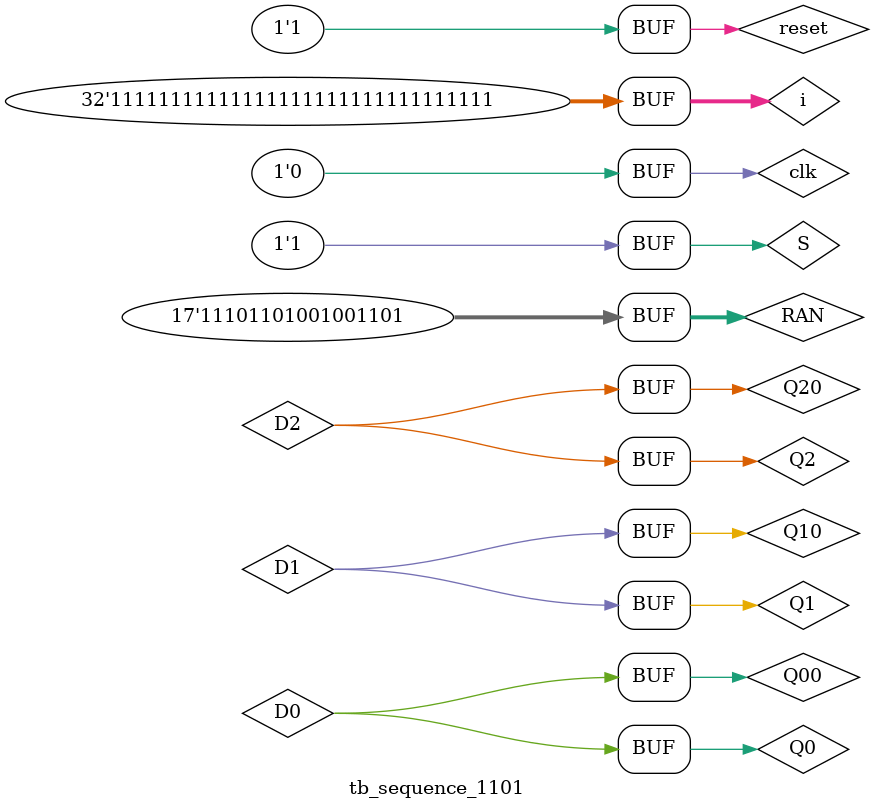
<source format=v>
module tb_sequence_1101();
	reg S,D2,D1,D0,clk,reset;
	wire Y,Q2,Q1,Q0;
	reg Q20, Q10, Q00;
	integer i;
	reg[16:0] RAN;

	sequence_1101 UUT(Y,Q2,Q1,Q0,S,D2,D1,D0,clk,reset);
	initial
		begin
		#10 $monitor("UUT | D2 =", D2, " ,D1 = ", D1, " ,D0 = ", D0, " ,S = ", S, ", clk = " , clk, " ,reset = ", reset, " ,Y = ", Y, " ,Q2 =", Q2, " ,Q1 = ", Q1, " ,Q0 = " ,Q0);

		reset = 1'b1;
		Q20 = 1'b0;
		Q10 = 1'b0;
		Q00 = 1'b0;
		RAN = 17'b11101101001001101;
		for (i=16; i>=0; i=i-1)
			begin
				S=RAN[i];
				D2=Q20;
				D1=Q10;
				D0=Q00;
				clk = 1'b1;
				#5
				clk = 1'b0;
				#5
				Q20=Q2;
				Q10=Q1;
				Q00=Q0;
			end
		end
endmodule
</source>
